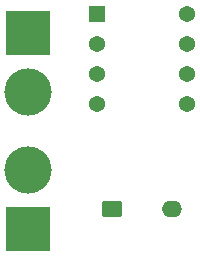
<source format=gbr>
%TF.GenerationSoftware,KiCad,Pcbnew,(6.0.6)*%
%TF.CreationDate,2022-07-17T10:27:07+05:30*%
%TF.ProjectId,transimpedanceAmplifier,7472616e-7369-46d7-9065-64616e636541,rev?*%
%TF.SameCoordinates,Original*%
%TF.FileFunction,Soldermask,Bot*%
%TF.FilePolarity,Negative*%
%FSLAX46Y46*%
G04 Gerber Fmt 4.6, Leading zero omitted, Abs format (unit mm)*
G04 Created by KiCad (PCBNEW (6.0.6)) date 2022-07-17 10:27:07*
%MOMM*%
%LPD*%
G01*
G04 APERTURE LIST*
G04 Aperture macros list*
%AMRoundRect*
0 Rectangle with rounded corners*
0 $1 Rounding radius*
0 $2 $3 $4 $5 $6 $7 $8 $9 X,Y pos of 4 corners*
0 Add a 4 corners polygon primitive as box body*
4,1,4,$2,$3,$4,$5,$6,$7,$8,$9,$2,$3,0*
0 Add four circle primitives for the rounded corners*
1,1,$1+$1,$2,$3*
1,1,$1+$1,$4,$5*
1,1,$1+$1,$6,$7*
1,1,$1+$1,$8,$9*
0 Add four rect primitives between the rounded corners*
20,1,$1+$1,$2,$3,$4,$5,0*
20,1,$1+$1,$4,$5,$6,$7,0*
20,1,$1+$1,$6,$7,$8,$9,0*
20,1,$1+$1,$8,$9,$2,$3,0*%
G04 Aperture macros list end*
%ADD10R,1.371600X1.371600*%
%ADD11C,1.371600*%
%ADD12R,3.800000X3.800000*%
%ADD13C,4.000000*%
%ADD14RoundRect,0.249200X-0.600800X-0.450800X0.600800X-0.450800X0.600800X0.450800X-0.600800X0.450800X0*%
%ADD15O,1.700000X1.400000*%
G04 APERTURE END LIST*
D10*
%TO.C,U1*%
X192532000Y-86360000D03*
D11*
X192532000Y-88900000D03*
X192532000Y-91440000D03*
X192532000Y-93980000D03*
X200152000Y-93980000D03*
X200152000Y-91440000D03*
X200152000Y-88900000D03*
X200152000Y-86360000D03*
%TD*%
D12*
%TO.C,J2*%
X186690000Y-87924000D03*
D13*
X186690000Y-92924000D03*
%TD*%
D14*
%TO.C,D1*%
X193802000Y-102870000D03*
D15*
X198882000Y-102870000D03*
%TD*%
D12*
%TO.C,J1*%
X186690000Y-104568000D03*
D13*
X186690000Y-99568000D03*
%TD*%
M02*

</source>
